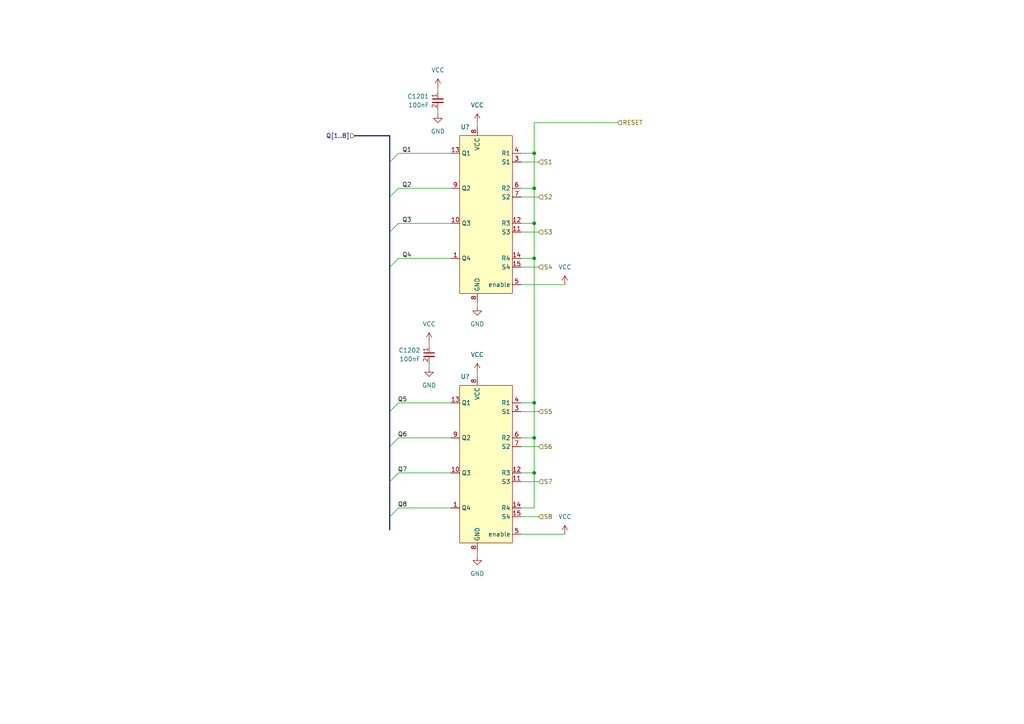
<source format=kicad_sch>
(kicad_sch (version 20230121) (generator eeschema)
  (paper "A4")
  (lib_symbols
    (symbol "capacitor_miscellaneous:C_0402_100nF"
      (property "Reference" "C" (at 1.27 2.54 0))
      (property "Value" "100nF" (at 3.81 -2.54 0))
      (symbol "C_0402_100nF_0_1"
        (polyline (pts (xy -1.524 -0.508) (xy 1.524 -0.508)) (stroke (width 0.3302)))
        (polyline (pts (xy -1.524 0.508) (xy 1.524 0.508)) (stroke (width 0.3048)))
      )
      (symbol "C_0402_100nF_1_1"
        (pin passive line (at 0 2.54 270) (length 2.032) (name "~") (number "1"))
        (pin passive line (at 0 -2.54 90) (length 2.032) (name "~") (number "2"))
      )
    )
    (symbol "custom_kicad_lib_sk:CD4044BDR"
      (property "Reference" "U" (at 0 0 0))
      (symbol "CD4044BDR_1_1"
        (rectangle (start -7.62 12.7) (end 7.62 -33.02) (fill (type background)))
        (pin output line (at 10.16 -22.86 180) (length 2.54) (name "Q4") (number "1"))
        (pin output line (at 10.16 -12.7 180) (length 2.54) (name "Q3") (number "10"))
        (pin input line (at -10.16 -15.24 0) (length 2.54) (name "S3") (number "11"))
        (pin input line (at -10.16 -12.7 0) (length 2.54) (name "R3") (number "12"))
        (pin output line (at 10.16 7.62 180) (length 2.54) (name "Q1") (number "13"))
        (pin input line (at -10.16 -22.86 0) (length 2.54) (name "R4") (number "14"))
        (pin input line (at -10.16 -25.4 0) (length 2.54) (name "S4") (number "15"))
        (pin no_connect line (at 2.54 -15.24 90) (length 2.54) hide (name "NC") (number "2"))
        (pin input line (at -10.16 5.08 0) (length 2.54) (name "S1") (number "3"))
        (pin input line (at -10.16 7.62 0) (length 2.54) (name "R1") (number "4"))
        (pin input line (at -10.16 -30.48 0) (length 2.54) (name "enable") (number "5"))
        (pin input line (at -10.16 -2.54 0) (length 2.54) (name "R2") (number "6"))
        (pin input line (at -10.16 -5.08 0) (length 2.54) (name "S2") (number "7"))
        (pin power_in line (at 2.54 -35.56 90) (length 2.54) (name "GND") (number "8"))
        (pin power_in line (at 2.54 15.24 270) (length 2.54) (name "VCC") (number "8"))
        (pin output line (at 10.16 -2.54 180) (length 2.54) (name "Q2") (number "9"))
      )
    )
    (symbol "power:GND" (power) (pin_names (offset 0))
      (property "Value" "GND" (at 0 -3.81 0))
      (symbol "GND_0_1"
        (polyline (pts (xy 0 0) (xy 0 -1.27) (xy 1.27 -1.27) (xy 0 -2.54) (xy -1.27 -1.27) (xy 0 -1.27)))
      )
      (symbol "GND_1_1"
        (pin power_in line (at 0 0 270) (length 0) hide (name "GND") (number "1"))
      )
    )
    (symbol "power:VCC" (power) (pin_names (offset 0))
      (property "Value" "VCC" (at 0 3.81 0))
      (symbol "VCC_0_1"
        (polyline (pts (xy -0.762 1.27) (xy 0 2.54)))
        (polyline (pts (xy 0 0) (xy 0 2.54)))
        (polyline (pts (xy 0 2.54) (xy 0.762 1.27)))
      )
      (symbol "VCC_1_1"
        (pin power_in line (at 0 0 90) (length 0) hide (name "VCC") (number "1"))
      )
    )
  )
  (junction (at 154.94 54.61))
  (junction (at 154.94 44.45))
  (junction (at 154.94 74.93))
  (junction (at 154.94 127))
  (junction (at 154.94 116.84))
  (junction (at 154.94 64.77))
  (junction (at 154.94 137.16))
  (bus_entry (at 115.57 137.16) (size -2.54 2.54))
  (bus_entry (at 115.57 54.61) (size -2.54 2.54))
  (bus_entry (at 115.57 64.77) (size -2.54 2.54))
  (bus_entry (at 115.57 127) (size -2.54 2.54))
  (bus_entry (at 115.57 74.93) (size -2.54 2.54))
  (bus_entry (at 115.57 116.84) (size -2.54 2.54))
  (bus_entry (at 115.57 147.32) (size -2.54 2.54))
  (bus_entry (at 115.57 44.45) (size -2.54 2.54))
  (wire (pts (xy 154.94 35.56) (xy 154.94 44.45)))
  (wire (pts (xy 179.07 35.56) (xy 154.94 35.56)))
  (bus (pts (xy 113.03 77.47) (xy 113.03 119.38)))
  (wire (pts (xy 127 31.75) (xy 127 33.02)))
  (wire (pts (xy 151.13 149.86) (xy 156.21 149.86)))
  (bus (pts (xy 113.03 119.38) (xy 113.03 129.54)))
  (wire (pts (xy 138.43 107.95) (xy 138.43 109.22)))
  (bus (pts (xy 113.03 149.86) (xy 113.03 153.67)))
  (wire (pts (xy 154.94 64.77) (xy 154.94 74.93)))
  (wire (pts (xy 130.81 64.77) (xy 115.57 64.77)))
  (wire (pts (xy 130.81 137.16) (xy 115.57 137.16)))
  (wire (pts (xy 124.46 99.06) (xy 124.46 100.33)))
  (wire (pts (xy 151.13 139.7) (xy 156.21 139.7)))
  (wire (pts (xy 154.94 64.77) (xy 151.13 64.77)))
  (bus (pts (xy 113.03 67.31) (xy 113.03 77.47)))
  (bus (pts (xy 113.03 129.54) (xy 113.03 139.7)))
  (wire (pts (xy 124.46 105.41) (xy 124.46 106.68)))
  (bus (pts (xy 113.03 139.7) (xy 113.03 149.86)))
  (wire (pts (xy 154.94 147.32) (xy 151.13 147.32)))
  (wire (pts (xy 154.94 137.16) (xy 151.13 137.16)))
  (wire (pts (xy 130.81 147.32) (xy 115.57 147.32)))
  (bus (pts (xy 113.03 46.99) (xy 113.03 57.15)))
  (wire (pts (xy 154.94 127) (xy 151.13 127)))
  (wire (pts (xy 127 25.4) (xy 127 26.67)))
  (wire (pts (xy 151.13 54.61) (xy 154.94 54.61)))
  (wire (pts (xy 151.13 57.15) (xy 156.21 57.15)))
  (wire (pts (xy 151.13 44.45) (xy 154.94 44.45)))
  (wire (pts (xy 151.13 119.38) (xy 156.21 119.38)))
  (wire (pts (xy 130.81 54.61) (xy 115.57 54.61)))
  (wire (pts (xy 154.94 137.16) (xy 154.94 147.32)))
  (wire (pts (xy 130.81 74.93) (xy 115.57 74.93)))
  (wire (pts (xy 154.94 116.84) (xy 151.13 116.84)))
  (wire (pts (xy 138.43 87.63) (xy 138.43 88.9)))
  (bus (pts (xy 113.03 57.15) (xy 113.03 67.31)))
  (wire (pts (xy 154.94 74.93) (xy 151.13 74.93)))
  (wire (pts (xy 163.83 82.55) (xy 151.13 82.55)))
  (wire (pts (xy 151.13 67.31) (xy 156.21 67.31)))
  (wire (pts (xy 154.94 54.61) (xy 154.94 44.45)))
  (wire (pts (xy 154.94 127) (xy 154.94 137.16)))
  (wire (pts (xy 130.81 116.84) (xy 115.57 116.84)))
  (wire (pts (xy 151.13 77.47) (xy 156.21 77.47)))
  (wire (pts (xy 130.81 127) (xy 115.57 127)))
  (wire (pts (xy 151.13 46.99) (xy 156.21 46.99)))
  (wire (pts (xy 138.43 35.56) (xy 138.43 36.83)))
  (bus (pts (xy 113.03 39.37) (xy 113.03 46.99)))
  (wire (pts (xy 138.43 160.02) (xy 138.43 161.29)))
  (wire (pts (xy 151.13 129.54) (xy 156.21 129.54)))
  (wire (pts (xy 154.94 54.61) (xy 154.94 64.77)))
  (wire (pts (xy 163.83 154.94) (xy 151.13 154.94)))
  (wire (pts (xy 154.94 116.84) (xy 154.94 127)))
  (wire (pts (xy 130.81 44.45) (xy 115.57 44.45)))
  (wire (pts (xy 154.94 74.93) (xy 154.94 116.84)))
  (bus (pts (xy 113.03 39.37) (xy 102.87 39.37)))
  (label "Q2" (at 119.38 54.61 180))
  (label "Q7" (at 118.11 137.16 180))
  (label "Q6" (at 118.11 127 180))
  (label "Q3" (at 119.38 64.77 180))
  (label "Q4" (at 119.38 74.93 180))
  (label "Q8" (at 118.11 147.32 180))
  (label "Q5" (at 118.11 116.84 180))
  (label "Q1" (at 119.38 44.45 180))
  (hierarchical_label "S2" (shape input) (at 156.21 57.15 0))
  (hierarchical_label "S1" (shape input) (at 156.21 46.99 0))
  (hierarchical_label "S5" (shape input) (at 156.21 119.38 0))
  (hierarchical_label "S7" (shape input) (at 156.21 139.7 0))
  (hierarchical_label "Q[1..8]" (shape input) (at 102.87 39.37 180))
  (hierarchical_label "S8" (shape input) (at 156.21 149.86 0))
  (hierarchical_label "RESET" (shape input) (at 179.07 35.56 0))
  (hierarchical_label "S4" (shape input) (at 156.21 77.47 0))
  (hierarchical_label "S3" (shape input) (at 156.21 67.31 0))
  (hierarchical_label "S6" (shape input) (at 156.21 129.54 0))
  (symbol (lib_id "power:VCC") (at 163.83 82.55 0) (mirror y) (unit 1)
    (property "Reference" "#PWR0311" (effects hide))
    (property "Value" "VCC" (at 163.83 77.47 0))
    (instances (project "OS-S88n" (path "" (reference "#PWR0311") (unit 1)) (path "" (reference "#PWR01211") (unit 1))))
  )
  (symbol (lib_id "custom_kicad_lib_sk:CD4044BDR") (at 140.97 124.46 0) (mirror y) (unit 1)
    (property "Reference" "U?" (at 136.2359 109.22 0) (effects (justify left)))
    (property "Footprint" "Package_SO:SOIC-16_3.9x9.9mm_P1.27mm" (effects hide))
    (property "Datasheet" "https://datasheet.lcsc.com/lcsc/1809051827_Texas-Instruments-CD4044BDR_C133986.pdf" (effects hide))
    (property "JLCPCB Part#" "C133986" (effects hide))
    (instances (project "OS-S88n" (path "" (reference "U?") (unit 1)) (path "" (reference "U1202") (unit 1)) (path "" (reference "U302") (unit 1))))
  )
  (symbol (lib_id "capacitor_miscellaneous:C_0402_100nF") (at 124.46 102.87 0) (mirror y) (unit 1)
    (property "Reference" "C1202" (at 121.92 101.6063 0) (effects (justify left)))
    (property "Value" "100nF" (at 121.92 104.1463 0) (effects (justify left)))
    (property "Footprint" "Capacitor_SMD:C_0402_1005Metric" (effects hide))
    (property "JLCPCB Part#" "C307331" (effects hide))
    (instances (project "OS-S88n" (path "" (reference "C1202") (unit 1)) (path "" (reference "C302") (unit 1))))
  )
  (symbol (lib_id "custom_kicad_lib_sk:CD4044BDR") (at 140.97 52.07 0) (mirror y) (unit 1)
    (property "Reference" "U?" (at 136.2359 36.83 0) (effects (justify left)))
    (property "Footprint" "Package_SO:SOIC-16_3.9x9.9mm_P1.27mm" (effects hide))
    (property "Datasheet" "https://datasheet.lcsc.com/lcsc/1809051827_Texas-Instruments-CD4044BDR_C133986.pdf" (effects hide))
    (property "JLCPCB Part#" "C133986" (effects hide))
    (instances (project "OS-S88n" (path "" (reference "U?") (unit 1)) (path "" (reference "U1201") (unit 1)) (path "" (reference "U301") (unit 1))))
  )
  (symbol (lib_id "power:GND") (at 124.46 106.68 0) (unit 1)
    (property "Reference" "#PWR01208" (effects hide))
    (property "Value" "GND" (at 124.46 111.76 0))
    (instances (project "OS-S88n" (path "" (reference "#PWR01208") (unit 1)) (path "" (reference "#PWR0308") (unit 1))))
  )
  (symbol (lib_id "capacitor_miscellaneous:C_0402_100nF") (at 127 29.21 0) (mirror y) (unit 1)
    (property "Reference" "C1201" (at 124.46 27.9463 0) (effects (justify left)))
    (property "Value" "100nF" (at 124.46 30.4863 0) (effects (justify left)))
    (property "Footprint" "Capacitor_SMD:C_0402_1005Metric" (effects hide))
    (property "JLCPCB Part#" "C307331" (effects hide))
    (instances (project "OS-S88n" (path "" (reference "C1201") (unit 1)) (path "" (reference "C301") (unit 1))))
  )
  (symbol (lib_id "power:GND") (at 127 33.02 0) (unit 1)
    (property "Reference" "#PWR01206" (effects hide))
    (property "Value" "GND" (at 127 38.1 0))
    (instances (project "OS-S88n" (path "" (reference "#PWR01206") (unit 1)) (path "" (reference "#PWR0306") (unit 1))))
  )
  (symbol (lib_id "power:VCC") (at 138.43 107.95 0) (unit 1)
    (property "Reference" "#PWR01203" (effects hide))
    (property "Value" "VCC" (at 138.43 102.87 0))
    (instances (project "OS-S88n" (path "" (reference "#PWR01203") (unit 1)) (path "" (reference "#PWR0303") (unit 1))))
  )
  (symbol (lib_id "power:GND") (at 138.43 88.9 0) (unit 1)
    (property "Reference" "#PWR01202" (effects hide))
    (property "Value" "GND" (at 138.43 93.98 0))
    (instances (project "OS-S88n" (path "" (reference "#PWR01202") (unit 1)) (path "" (reference "#PWR0302") (unit 1))))
  )
  (symbol (lib_id "power:VCC") (at 163.83 154.94 0) (mirror y) (unit 1)
    (property "Reference" "#PWR0312" (effects hide))
    (property "Value" "VCC" (at 163.83 149.86 0))
    (instances (project "OS-S88n" (path "" (reference "#PWR0312") (unit 1)) (path "" (reference "#PWR01212") (unit 1))))
  )
  (symbol (lib_id "power:VCC") (at 138.43 35.56 0) (unit 1)
    (property "Reference" "#PWR01201" (effects hide))
    (property "Value" "VCC" (at 138.43 30.48 0))
    (instances (project "OS-S88n" (path "" (reference "#PWR01201") (unit 1)) (path "" (reference "#PWR0301") (unit 1))))
  )
  (symbol (lib_id "power:VCC") (at 127 25.4 0) (unit 1)
    (property "Reference" "#PWR01205" (effects hide))
    (property "Value" "VCC" (at 127 20.32 0))
    (instances (project "OS-S88n" (path "" (reference "#PWR01205") (unit 1)) (path "" (reference "#PWR0305") (unit 1))))
  )
  (symbol (lib_id "power:VCC") (at 124.46 99.06 0) (unit 1)
    (property "Reference" "#PWR01207" (effects hide))
    (property "Value" "VCC" (at 124.46 93.98 0))
    (instances (project "OS-S88n" (path "" (reference "#PWR01207") (unit 1)) (path "" (reference "#PWR0307") (unit 1))))
  )
  (symbol (lib_id "power:GND") (at 138.43 161.29 0) (unit 1)
    (property "Reference" "#PWR01204" (effects hide))
    (property "Value" "GND" (at 138.43 166.37 0))
    (instances (project "OS-S88n" (path "" (reference "#PWR01204") (unit 1)) (path "" (reference "#PWR0304") (unit 1))))
  )
)
</source>
